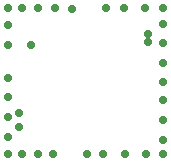
<source format=gbs>
G04 Layer_Color=16711935*
%FSLAX44Y44*%
%MOMM*%
G71*
G01*
G75*
%ADD43C,0.7032*%
D43*
X7000Y6750D02*
D03*
X45000D02*
D03*
X18750D02*
D03*
X32500D02*
D03*
X73750D02*
D03*
X87000Y7000D02*
D03*
X106250D02*
D03*
X138250Y6750D02*
D03*
X123750Y7000D02*
D03*
X138250Y130000D02*
D03*
X7000Y130000D02*
D03*
Y99250D02*
D03*
Y70750D02*
D03*
X61250Y129750D02*
D03*
X90000Y130250D02*
D03*
X7000Y116250D02*
D03*
X18750Y130000D02*
D03*
X32500D02*
D03*
X46250D02*
D03*
X105000D02*
D03*
X122500D02*
D03*
X138250Y101000D02*
D03*
Y67500D02*
D03*
Y84000D02*
D03*
Y116750D02*
D03*
X26500Y99250D02*
D03*
X125000Y108750D02*
D03*
X7000Y37750D02*
D03*
Y21250D02*
D03*
Y54750D02*
D03*
X138250Y35500D02*
D03*
Y19000D02*
D03*
Y52500D02*
D03*
X16250Y41250D02*
D03*
Y30000D02*
D03*
X125000Y101250D02*
D03*
M02*

</source>
